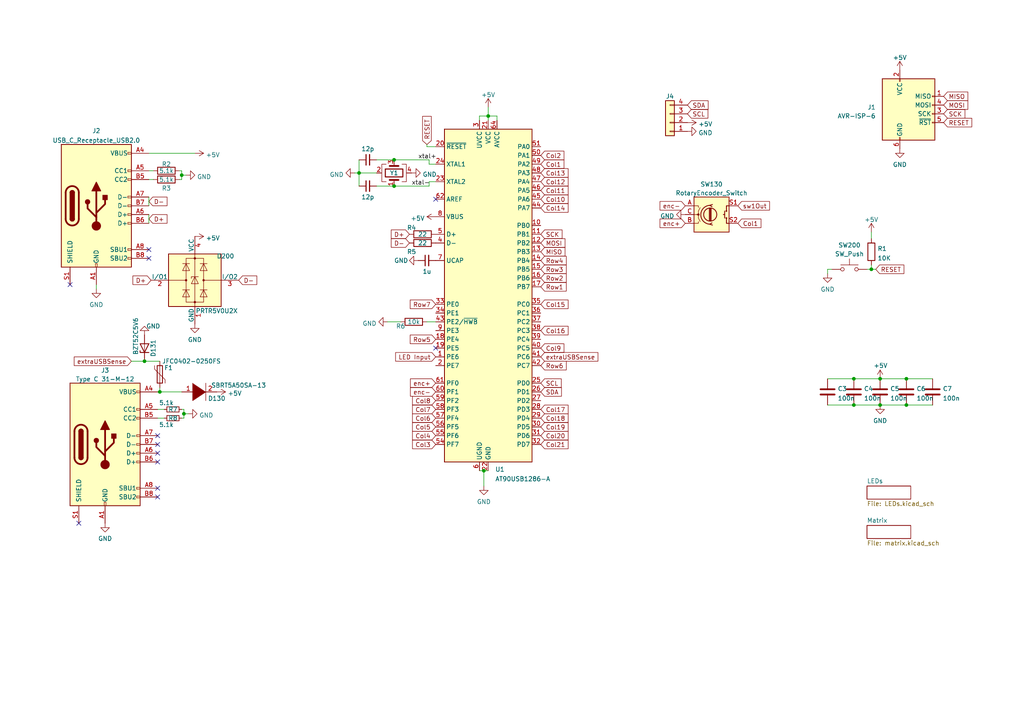
<source format=kicad_sch>
(kicad_sch (version 20230121) (generator eeschema)
  (paper "A4")
  (lib_symbols
    (symbol "Connector:AVR-ISP-6" (pin_names (offset 1.016))
      (property "Reference" "J" (at -6.35 11.43 0))
      (property "Value" "AVR-ISP-6" (at 0 11.43 0))
      (symbol "AVR-ISP-6_0_1"
        (rectangle (start -2.667 -6.858) (end -2.413 -7.62))
        (rectangle (start -2.667 10.16) (end -2.413 9.398))
        (rectangle (start 7.62 -2.413) (end 6.858 -2.667))
        (rectangle (start 7.62 0.127) (end 6.858 -0.127))
        (rectangle (start 7.62 2.667) (end 6.858 2.413))
        (rectangle (start 7.62 5.207) (end 6.858 4.953))
        (rectangle (start 7.62 10.16) (end -7.62 -7.62) (stroke (width 0.254)) (fill (type background)))
      )
      (symbol "AVR-ISP-6_1_1"
        (pin passive line (at 10.16 5.08 180) (length 2.54) (name "MISO") (number "1"))
        (pin passive line (at -2.54 12.7 270) (length 2.54) (name "VCC") (number "2"))
        (pin passive line (at 10.16 0 180) (length 2.54) (name "SCK") (number "3"))
        (pin passive line (at 10.16 2.54 180) (length 2.54) (name "MOSI") (number "4"))
        (pin passive line (at 10.16 -2.54 180) (length 2.54) (name "~{RST}") (number "5"))
        (pin passive line (at -2.54 -10.16 90) (length 2.54) (name "GND") (number "6"))
      )
    )
    (symbol "Connector:USB_C_Receptacle_USB2.0" (pin_names (offset 1.016))
      (property "Reference" "J" (at -10.16 19.05 0))
      (property "Value" "USB_C_Receptacle_USB2.0" (at 19.05 19.05 0))
      (symbol "USB_C_Receptacle_USB2.0_0_0"
        (rectangle (start -0.254 -17.78) (end 0.254 -16.764))
        (rectangle (start 10.16 -14.986) (end 9.144 -15.494))
        (rectangle (start 10.16 -12.446) (end 9.144 -12.954))
        (rectangle (start 10.16 -4.826) (end 9.144 -5.334))
        (rectangle (start 10.16 -2.286) (end 9.144 -2.794))
        (rectangle (start 10.16 0.254) (end 9.144 -0.254))
        (rectangle (start 10.16 2.794) (end 9.144 2.286))
        (rectangle (start 10.16 7.874) (end 9.144 7.366))
        (rectangle (start 10.16 10.414) (end 9.144 9.906))
        (rectangle (start 10.16 15.494) (end 9.144 14.986))
      )
      (symbol "USB_C_Receptacle_USB2.0_0_1"
        (rectangle (start -10.16 17.78) (end 10.16 -17.78) (stroke (width 0.254)) (fill (type background)))
        (arc (start -8.89 -3.81) (mid -6.985 -5.7067) (end -5.08 -3.81) (stroke (width 0.508)))
        (arc (start -7.62 -3.81) (mid -6.985 -4.4423) (end -6.35 -3.81) (stroke (width 0.254)))
        (arc (start -7.62 -3.81) (mid -6.985 -4.4423) (end -6.35 -3.81) (stroke (width 0.254)) (fill (type outline)))
        (rectangle (start -7.62 -3.81) (end -6.35 3.81) (stroke (width 0.254)) (fill (type outline)))
        (arc (start -6.35 3.81) (mid -6.985 4.4423) (end -7.62 3.81) (stroke (width 0.254)))
        (arc (start -6.35 3.81) (mid -6.985 4.4423) (end -7.62 3.81) (stroke (width 0.254)) (fill (type outline)))
        (arc (start -5.08 3.81) (mid -6.985 5.7067) (end -8.89 3.81) (stroke (width 0.508)))
        (circle (center -2.54 1.143) (radius 0.635) (stroke (width 0.254)) (fill (type outline)))
        (circle (center 0 -5.842) (radius 1.27) (fill (type outline)))
        (polyline (pts (xy -8.89 -3.81) (xy -8.89 3.81)) (stroke (width 0.508)))
        (polyline (pts (xy -5.08 3.81) (xy -5.08 -3.81)) (stroke (width 0.508)))
        (polyline (pts (xy 0 -5.842) (xy 0 4.318)) (stroke (width 0.508)))
        (polyline (pts (xy 0 -3.302) (xy -2.54 -0.762) (xy -2.54 0.508)) (stroke (width 0.508)))
        (polyline (pts (xy 0 -2.032) (xy 2.54 0.508) (xy 2.54 1.778)) (stroke (width 0.508)))
        (polyline (pts (xy -1.27 4.318) (xy 0 6.858) (xy 1.27 4.318) (xy -1.27 4.318)) (stroke (width 0.254)) (fill (type outline)))
        (rectangle (start 1.905 1.778) (end 3.175 3.048) (stroke (width 0.254)) (fill (type outline)))
      )
      (symbol "USB_C_Receptacle_USB2.0_1_1"
        (pin passive line (at 0 -22.86 90) (length 5.08) (name "GND") (number "A1"))
        (pin passive line (at 0 -22.86 90) (length 5.08) hide (name "GND") (number "A12"))
        (pin passive line (at 15.24 15.24 180) (length 5.08) (name "VBUS") (number "A4"))
        (pin bidirectional line (at 15.24 10.16 180) (length 5.08) (name "CC1") (number "A5"))
        (pin bidirectional line (at 15.24 -2.54 180) (length 5.08) (name "D+") (number "A6"))
        (pin bidirectional line (at 15.24 2.54 180) (length 5.08) (name "D-") (number "A7"))
        (pin bidirectional line (at 15.24 -12.7 180) (length 5.08) (name "SBU1") (number "A8"))
        (pin passive line (at 15.24 15.24 180) (length 5.08) hide (name "VBUS") (number "A9"))
        (pin passive line (at 0 -22.86 90) (length 5.08) hide (name "GND") (number "B1"))
        (pin passive line (at 0 -22.86 90) (length 5.08) hide (name "GND") (number "B12"))
        (pin passive line (at 15.24 15.24 180) (length 5.08) hide (name "VBUS") (number "B4"))
        (pin bidirectional line (at 15.24 7.62 180) (length 5.08) (name "CC2") (number "B5"))
        (pin bidirectional line (at 15.24 -5.08 180) (length 5.08) (name "D+") (number "B6"))
        (pin bidirectional line (at 15.24 0 180) (length 5.08) (name "D-") (number "B7"))
        (pin bidirectional line (at 15.24 -15.24 180) (length 5.08) (name "SBU2") (number "B8"))
        (pin passive line (at 15.24 15.24 180) (length 5.08) hide (name "VBUS") (number "B9"))
        (pin passive line (at -7.62 -22.86 90) (length 5.08) (name "SHIELD") (number "S1"))
      )
    )
    (symbol "Connector_Generic:Conn_01x04" (pin_names (offset 1.016) hide)
      (property "Reference" "J" (at 0 5.08 0))
      (property "Value" "Conn_01x04" (at 0 -7.62 0))
      (symbol "Conn_01x04_1_1"
        (rectangle (start -1.27 -4.953) (end 0 -5.207) (stroke (width 0.1524)))
        (rectangle (start -1.27 -2.413) (end 0 -2.667) (stroke (width 0.1524)))
        (rectangle (start -1.27 0.127) (end 0 -0.127) (stroke (width 0.1524)))
        (rectangle (start -1.27 2.667) (end 0 2.413) (stroke (width 0.1524)))
        (rectangle (start -1.27 3.81) (end 1.27 -6.35) (stroke (width 0.254)) (fill (type background)))
        (pin passive line (at -5.08 2.54 0) (length 3.81) (name "Pin_1") (number "1"))
        (pin passive line (at -5.08 0 0) (length 3.81) (name "Pin_2") (number "2"))
        (pin passive line (at -5.08 -2.54 0) (length 3.81) (name "Pin_3") (number "3"))
        (pin passive line (at -5.08 -5.08 0) (length 3.81) (name "Pin_4") (number "4"))
      )
    )
    (symbol "Device:C" (pin_numbers hide) (pin_names (offset 0.254))
      (property "Reference" "C" (at 0.635 2.54 0))
      (property "Value" "C" (at 0.635 -2.54 0))
      (symbol "C_0_1"
        (polyline (pts (xy -2.032 -0.762) (xy 2.032 -0.762)) (stroke (width 0.508)))
        (polyline (pts (xy -2.032 0.762) (xy 2.032 0.762)) (stroke (width 0.508)))
      )
      (symbol "C_1_1"
        (pin passive line (at 0 3.81 270) (length 2.794) (name "~") (number "1"))
        (pin passive line (at 0 -3.81 90) (length 2.794) (name "~") (number "2"))
      )
    )
    (symbol "Device:C_Small" (pin_numbers hide) (pin_names (offset 0.254) hide)
      (property "Reference" "C" (at 0.254 1.778 0))
      (property "Value" "C_Small" (at 0.254 -2.032 0))
      (symbol "C_Small_0_1"
        (polyline (pts (xy -1.524 -0.508) (xy 1.524 -0.508)) (stroke (width 0.3302)))
        (polyline (pts (xy -1.524 0.508) (xy 1.524 0.508)) (stroke (width 0.3048)))
      )
      (symbol "C_Small_1_1"
        (pin passive line (at 0 2.54 270) (length 2.032) (name "~") (number "1"))
        (pin passive line (at 0 -2.54 90) (length 2.032) (name "~") (number "2"))
      )
    )
    (symbol "Device:Crystal_GND24" (pin_names (offset 1.016) hide)
      (property "Reference" "Y" (at 3.175 5.08 0))
      (property "Value" "Crystal_GND24" (at 3.175 3.175 0))
      (symbol "Crystal_GND24_0_1"
        (rectangle (start -1.143 2.54) (end 1.143 -2.54) (stroke (width 0.3048)))
        (polyline (pts (xy -2.54 0) (xy -2.032 0)))
        (polyline (pts (xy -2.032 -1.27) (xy -2.032 1.27)) (stroke (width 0.508)))
        (polyline (pts (xy 0 -3.81) (xy 0 -3.556)))
        (polyline (pts (xy 0 3.556) (xy 0 3.81)))
        (polyline (pts (xy 2.032 -1.27) (xy 2.032 1.27)) (stroke (width 0.508)))
        (polyline (pts (xy 2.032 0) (xy 2.54 0)))
        (polyline (pts (xy -2.54 -2.286) (xy -2.54 -3.556) (xy 2.54 -3.556) (xy 2.54 -2.286)))
        (polyline (pts (xy -2.54 2.286) (xy -2.54 3.556) (xy 2.54 3.556) (xy 2.54 2.286)))
      )
      (symbol "Crystal_GND24_1_1"
        (pin passive line (at -3.81 0 0) (length 1.27) (name "1") (number "1"))
        (pin passive line (at 0 5.08 270) (length 1.27) (name "2") (number "2"))
        (pin passive line (at 3.81 0 180) (length 1.27) (name "3") (number "3"))
        (pin passive line (at 0 -5.08 90) (length 1.27) (name "4") (number "4"))
      )
    )
    (symbol "Device:D_Zener" (pin_numbers hide) (pin_names (offset 1.016) hide)
      (property "Reference" "D" (at 0 2.54 0))
      (property "Value" "D_Zener" (at 0 -2.54 0))
      (symbol "D_Zener_0_1"
        (polyline (pts (xy 1.27 0) (xy -1.27 0)))
        (polyline (pts (xy -1.27 -1.27) (xy -1.27 1.27) (xy -0.762 1.27)) (stroke (width 0.254)))
        (polyline (pts (xy 1.27 -1.27) (xy 1.27 1.27) (xy -1.27 0) (xy 1.27 -1.27)) (stroke (width 0.254)))
      )
      (symbol "D_Zener_1_1"
        (pin passive line (at -3.81 0 0) (length 2.54) (name "K") (number "1"))
        (pin passive line (at 3.81 0 180) (length 2.54) (name "A") (number "2"))
      )
    )
    (symbol "Device:Polyfuse" (pin_numbers hide) (pin_names (offset 0))
      (property "Reference" "F" (at -2.54 0 90))
      (property "Value" "Polyfuse" (at 2.54 0 90))
      (symbol "Polyfuse_0_1"
        (rectangle (start -0.762 2.54) (end 0.762 -2.54) (stroke (width 0.254)))
        (polyline (pts (xy 0 2.54) (xy 0 -2.54)))
        (polyline (pts (xy -1.524 2.54) (xy -1.524 1.524) (xy 1.524 -1.524) (xy 1.524 -2.54)))
      )
      (symbol "Polyfuse_1_1"
        (pin passive line (at 0 3.81 270) (length 1.27) (name "~") (number "1"))
        (pin passive line (at 0 -3.81 90) (length 1.27) (name "~") (number "2"))
      )
    )
    (symbol "Device:R" (pin_numbers hide) (pin_names (offset 0))
      (property "Reference" "R" (at 2.032 0 90))
      (property "Value" "R" (at 0 0 90))
      (symbol "R_0_1"
        (rectangle (start -1.016 -2.54) (end 1.016 2.54) (stroke (width 0.254)))
      )
      (symbol "R_1_1"
        (pin passive line (at 0 3.81 270) (length 1.27) (name "~") (number "1"))
        (pin passive line (at 0 -3.81 90) (length 1.27) (name "~") (number "2"))
      )
    )
    (symbol "Device:R_Small" (pin_numbers hide) (pin_names (offset 0.254) hide)
      (property "Reference" "R" (at 0.762 0.508 0))
      (property "Value" "R_Small" (at 0.762 -1.016 0))
      (symbol "R_Small_0_1"
        (rectangle (start -0.762 1.778) (end 0.762 -1.778) (stroke (width 0.2032)))
      )
      (symbol "R_Small_1_1"
        (pin passive line (at 0 2.54 270) (length 0.762) (name "~") (number "1"))
        (pin passive line (at 0 -2.54 90) (length 0.762) (name "~") (number "2"))
      )
    )
    (symbol "Device:RotaryEncoder_Switch" (pin_names (offset 0.254) hide)
      (property "Reference" "SW" (at 0 6.604 0))
      (property "Value" "RotaryEncoder_Switch" (at 0 -6.604 0))
      (symbol "RotaryEncoder_Switch_0_1"
        (rectangle (start -5.08 5.08) (end 5.08 -5.08) (stroke (width 0.254)) (fill (type background)))
        (circle (center -3.81 0) (radius 0.254) (fill (type outline)))
        (circle (center -0.381 0) (radius 1.905) (stroke (width 0.254)))
        (arc (start -0.381 2.667) (mid -3.0988 -0.0635) (end -0.381 -2.794) (stroke (width 0.254)))
        (polyline (pts (xy -0.635 -1.778) (xy -0.635 1.778)) (stroke (width 0.254)))
        (polyline (pts (xy -0.381 -1.778) (xy -0.381 1.778)) (stroke (width 0.254)))
        (polyline (pts (xy -0.127 1.778) (xy -0.127 -1.778)) (stroke (width 0.254)))
        (polyline (pts (xy 3.81 0) (xy 3.429 0)) (stroke (width 0.254)))
        (polyline (pts (xy 3.81 1.016) (xy 3.81 -1.016)) (stroke (width 0.254)))
        (polyline (pts (xy -5.08 -2.54) (xy -3.81 -2.54) (xy -3.81 -2.032)))
        (polyline (pts (xy -5.08 2.54) (xy -3.81 2.54) (xy -3.81 2.032)))
        (polyline (pts (xy 0.254 -3.048) (xy -0.508 -2.794) (xy 0.127 -2.413)) (stroke (width 0.254)))
        (polyline (pts (xy 0.254 2.921) (xy -0.508 2.667) (xy 0.127 2.286)) (stroke (width 0.254)))
        (polyline (pts (xy 5.08 -2.54) (xy 4.318 -2.54) (xy 4.318 -1.016)) (stroke (width 0.254)))
        (polyline (pts (xy 5.08 2.54) (xy 4.318 2.54) (xy 4.318 1.016)) (stroke (width 0.254)))
        (polyline (pts (xy -5.08 0) (xy -3.81 0) (xy -3.81 -1.016) (xy -3.302 -2.032)))
        (polyline (pts (xy -4.318 0) (xy -3.81 0) (xy -3.81 1.016) (xy -3.302 2.032)))
        (circle (center 4.318 -1.016) (radius 0.127) (stroke (width 0.254)))
        (circle (center 4.318 1.016) (radius 0.127) (stroke (width 0.254)))
      )
      (symbol "RotaryEncoder_Switch_1_1"
        (pin passive line (at -7.62 2.54 0) (length 2.54) (name "A") (number "A"))
        (pin passive line (at -7.62 -2.54 0) (length 2.54) (name "B") (number "B"))
        (pin passive line (at -7.62 0 0) (length 2.54) (name "C") (number "C"))
        (pin passive line (at 7.62 2.54 180) (length 2.54) (name "S1") (number "S1"))
        (pin passive line (at 7.62 -2.54 180) (length 2.54) (name "S2") (number "S2"))
      )
    )
    (symbol "MCU_Microchip_AVR:AT90USB1286-A"
      (property "Reference" "U" (at -12.7 49.53 0))
      (property "Value" "AT90USB1286-A" (at 2.54 -49.53 0))
      (symbol "AT90USB1286-A_0_1"
        (rectangle (start -12.7 -48.26) (end 12.7 48.26) (stroke (width 0.254)) (fill (type background)))
      )
      (symbol "AT90USB1286-A_1_1"
        (pin bidirectional line (at -15.24 -17.78 0) (length 2.54) (name "PE6") (number "1"))
        (pin bidirectional line (at 15.24 20.32 180) (length 2.54) (name "PB0") (number "10"))
        (pin bidirectional line (at 15.24 17.78 180) (length 2.54) (name "PB1") (number "11"))
        (pin bidirectional line (at 15.24 15.24 180) (length 2.54) (name "PB2") (number "12"))
        (pin bidirectional line (at 15.24 12.7 180) (length 2.54) (name "PB3") (number "13"))
        (pin bidirectional line (at 15.24 10.16 180) (length 2.54) (name "PB4") (number "14"))
        (pin bidirectional line (at 15.24 7.62 180) (length 2.54) (name "PB5") (number "15"))
        (pin bidirectional line (at 15.24 5.08 180) (length 2.54) (name "PB6") (number "16"))
        (pin bidirectional line (at 15.24 2.54 180) (length 2.54) (name "PB7") (number "17"))
        (pin bidirectional line (at -15.24 -12.7 0) (length 2.54) (name "PE4") (number "18"))
        (pin bidirectional line (at -15.24 -15.24 0) (length 2.54) (name "PE5") (number "19"))
        (pin bidirectional line (at -15.24 -20.32 0) (length 2.54) (name "PE7") (number "2"))
        (pin input line (at -15.24 43.18 0) (length 2.54) (name "~{RESET}") (number "20"))
        (pin power_in line (at 0 50.8 270) (length 2.54) (name "VCC") (number "21"))
        (pin power_in line (at 0 -50.8 90) (length 2.54) (name "GND") (number "22"))
        (pin output line (at -15.24 33.02 0) (length 2.54) (name "XTAL2") (number "23"))
        (pin input line (at -15.24 38.1 0) (length 2.54) (name "XTAL1") (number "24"))
        (pin bidirectional line (at 15.24 -25.4 180) (length 2.54) (name "PD0") (number "25"))
        (pin bidirectional line (at 15.24 -27.94 180) (length 2.54) (name "PD1") (number "26"))
        (pin bidirectional line (at 15.24 -30.48 180) (length 2.54) (name "PD2") (number "27"))
        (pin bidirectional line (at 15.24 -33.02 180) (length 2.54) (name "PD3") (number "28"))
        (pin bidirectional line (at 15.24 -35.56 180) (length 2.54) (name "PD4") (number "29"))
        (pin power_in line (at -2.54 50.8 270) (length 2.54) (name "UVCC") (number "3"))
        (pin bidirectional line (at 15.24 -38.1 180) (length 2.54) (name "PD5") (number "30"))
        (pin bidirectional line (at 15.24 -40.64 180) (length 2.54) (name "PD6") (number "31"))
        (pin bidirectional line (at 15.24 -43.18 180) (length 2.54) (name "PD7") (number "32"))
        (pin bidirectional line (at -15.24 -2.54 0) (length 2.54) (name "PE0") (number "33"))
        (pin bidirectional line (at -15.24 -5.08 0) (length 2.54) (name "PE1") (number "34"))
        (pin bidirectional line (at 15.24 -2.54 180) (length 2.54) (name "PC0") (number "35"))
        (pin bidirectional line (at 15.24 -5.08 180) (length 2.54) (name "PC1") (number "36"))
        (pin bidirectional line (at 15.24 -7.62 180) (length 2.54) (name "PC2") (number "37"))
        (pin bidirectional line (at 15.24 -10.16 180) (length 2.54) (name "PC3") (number "38"))
        (pin bidirectional line (at 15.24 -12.7 180) (length 2.54) (name "PC4") (number "39"))
        (pin bidirectional line (at -15.24 15.24 0) (length 2.54) (name "D-") (number "4"))
        (pin bidirectional line (at 15.24 -15.24 180) (length 2.54) (name "PC5") (number "40"))
        (pin bidirectional line (at 15.24 -17.78 180) (length 2.54) (name "PC6") (number "41"))
        (pin bidirectional line (at 15.24 -20.32 180) (length 2.54) (name "PC7") (number "42"))
        (pin bidirectional line (at -15.24 -7.62 0) (length 2.54) (name "PE2/~{HWB}") (number "43"))
        (pin bidirectional line (at 15.24 25.4 180) (length 2.54) (name "PA7") (number "44"))
        (pin bidirectional line (at 15.24 27.94 180) (length 2.54) (name "PA6") (number "45"))
        (pin bidirectional line (at 15.24 30.48 180) (length 2.54) (name "PA5") (number "46"))
        (pin bidirectional line (at 15.24 33.02 180) (length 2.54) (name "PA4") (number "47"))
        (pin bidirectional line (at 15.24 35.56 180) (length 2.54) (name "PA3") (number "48"))
        (pin bidirectional line (at 15.24 38.1 180) (length 2.54) (name "PA2") (number "49"))
        (pin bidirectional line (at -15.24 17.78 0) (length 2.54) (name "D+") (number "5"))
        (pin bidirectional line (at 15.24 40.64 180) (length 2.54) (name "PA1") (number "50"))
        (pin bidirectional line (at 15.24 43.18 180) (length 2.54) (name "PA0") (number "51"))
        (pin passive line (at 0 50.8 270) (length 2.54) hide (name "VCC") (number "52"))
        (pin passive line (at 0 -50.8 90) (length 2.54) hide (name "GND") (number "53"))
        (pin bidirectional line (at -15.24 -43.18 0) (length 2.54) (name "PF7") (number "54"))
        (pin bidirectional line (at -15.24 -40.64 0) (length 2.54) (name "PF6") (number "55"))
        (pin bidirectional line (at -15.24 -38.1 0) (length 2.54) (name "PF5") (number "56"))
        (pin bidirectional line (at -15.24 -35.56 0) (length 2.54) (name "PF4") (number "57"))
        (pin bidirectional line (at -15.24 -33.02 0) (length 2.54) (name "PF3") (number "58"))
        (pin bidirectional line (at -15.24 -30.48 0) (length 2.54) (name "PF2") (number "59"))
        (pin power_in line (at -2.54 -50.8 90) (length 2.54) (name "UGND") (number "6"))
        (pin bidirectional line (at -15.24 -27.94 0) (length 2.54) (name "PF1") (number "60"))
        (pin bidirectional line (at -15.24 -25.4 0) (length 2.54) (name "PF0") (number "61"))
        (pin passive line (at -15.24 27.94 0) (length 2.54) (name "AREF") (number "62"))
        (pin passive line (at 0 -50.8 90) (length 2.54) hide (name "GND") (number "63"))
        (pin power_in line (at 2.54 50.8 270) (length 2.54) (name "AVCC") (number "64"))
        (pin passive line (at -15.24 10.16 0) (length 2.54) (name "UCAP") (number "7"))
        (pin input line (at -15.24 22.86 0) (length 2.54) (name "VBUS") (number "8"))
        (pin bidirectional line (at -15.24 -10.16 0) (length 2.54) (name "PE3") (number "9"))
      )
    )
    (symbol "Power_Protection:PRTR5V0U2X" (pin_names (offset 0))
      (property "Reference" "D" (at 2.794 8.636 0))
      (property "Value" "PRTR5V0U2X" (at 8.128 -9.398 0))
      (symbol "PRTR5V0U2X_0_1"
        (rectangle (start -7.62 -7.62) (end 7.62 7.62) (stroke (width 0.254)) (fill (type background)))
        (circle (center -2.54 0) (radius 0.254) (fill (type outline)))
        (rectangle (start -2.54 6.35) (end 2.54 -6.35))
        (circle (center 0 -6.35) (radius 0.254) (fill (type outline)))
        (polyline (pts (xy -2.54 0) (xy -7.62 0)))
        (polyline (pts (xy -1.524 -2.794) (xy -3.556 -2.794)))
        (polyline (pts (xy -1.524 4.826) (xy -3.556 4.826)))
        (polyline (pts (xy 0 -7.62) (xy 0 7.62)))
        (polyline (pts (xy 1.524 -2.794) (xy 3.556 -2.794)))
        (polyline (pts (xy 1.524 4.826) (xy 3.556 4.826)))
        (polyline (pts (xy 2.54 0) (xy 7.62 0)))
        (polyline (pts (xy 1.016 1.016) (xy -1.016 1.016) (xy -1.016 0.508)))
        (polyline (pts (xy -3.556 -4.826) (xy -1.524 -4.826) (xy -2.54 -2.794) (xy -3.556 -4.826)))
        (polyline (pts (xy -3.556 2.794) (xy -1.524 2.794) (xy -2.54 4.826) (xy -3.556 2.794)))
        (polyline (pts (xy -1.016 -1.016) (xy 1.016 -1.016) (xy 0 1.016) (xy -1.016 -1.016)))
        (polyline (pts (xy 3.556 -4.826) (xy 1.524 -4.826) (xy 2.54 -2.794) (xy 3.556 -4.826)))
        (polyline (pts (xy 3.556 2.794) (xy 1.524 2.794) (xy 2.54 4.826) (xy 3.556 2.794)))
        (circle (center 0 6.35) (radius 0.254) (fill (type outline)))
        (circle (center 2.54 0) (radius 0.254) (fill (type outline)))
      )
      (symbol "PRTR5V0U2X_1_1"
        (pin passive line (at 0 -12.7 90) (length 5.08) (name "GND") (number "1"))
        (pin passive line (at -12.7 0 0) (length 5.08) (name "I/O1") (number "2"))
        (pin passive line (at 12.7 0 180) (length 5.08) (name "I/O2") (number "3"))
        (pin passive line (at 0 12.7 270) (length 5.08) (name "VCC") (number "4"))
      )
    )
    (symbol "Switch:SW_Push" (pin_numbers hide) (pin_names (offset 1.016) hide)
      (property "Reference" "SW" (at 1.27 2.54 0))
      (property "Value" "SW_Push" (at 0 -1.524 0))
      (symbol "SW_Push_0_1"
        (circle (center -2.032 0) (radius 0.508))
        (polyline (pts (xy 0 1.27) (xy 0 3.048)))
        (polyline (pts (xy 2.54 1.27) (xy -2.54 1.27)))
        (circle (center 2.032 0) (radius 0.508))
        (pin passive line (at -5.08 0 0) (length 2.54) (name "1") (number "1"))
        (pin passive line (at 5.08 0 180) (length 2.54) (name "2") (number "2"))
      )
    )
    (symbol "power:+5V" (power) (pin_names (offset 0))
      (property "Value" "+5V" (at 0 3.556 0))
      (symbol "+5V_0_1"
        (polyline (pts (xy -0.762 1.27) (xy 0 2.54)))
        (polyline (pts (xy 0 0) (xy 0 2.54)))
        (polyline (pts (xy 0 2.54) (xy 0.762 1.27)))
      )
      (symbol "+5V_1_1"
        (pin power_in line (at 0 0 90) (length 0) hide (name "+5V") (number "1"))
      )
    )
    (symbol "power:GND" (power) (pin_names (offset 0))
      (property "Value" "GND" (at 0 -3.81 0))
      (symbol "GND_0_1"
        (polyline (pts (xy 0 0) (xy 0 -1.27) (xy 1.27 -1.27) (xy 0 -2.54) (xy -1.27 -1.27) (xy 0 -1.27)))
      )
      (symbol "GND_1_1"
        (pin power_in line (at 0 0 270) (length 0) hide (name "GND") (number "1"))
      )
    )
    (symbol "pspice:DIODE" (pin_names (offset 1.016) hide)
      (property "Reference" "D" (at 0 3.81 0))
      (property "Value" "DIODE" (at 0 -4.445 0))
      (symbol "DIODE_0_1"
        (polyline (pts (xy 1.905 2.54) (xy 1.905 -2.54)))
        (polyline (pts (xy -1.905 2.54) (xy -1.905 -2.54) (xy 1.905 0)) (fill (type outline)))
      )
      (symbol "DIODE_1_1"
        (pin input line (at -5.08 0 0) (length 3.81) (name "K") (number "1"))
        (pin input line (at 5.08 0 180) (length 3.81) (name "A") (number "2"))
      )
    )
  )
  (junction (at 114.3 53.975))
  (junction (at 52.705 50.8))
  (junction (at 247.65 117.475))
  (junction (at 247.65 109.855))
  (junction (at 252.73 78.105))
  (junction (at 104.14 50.165))
  (junction (at 255.27 109.855))
  (junction (at 46.355 113.665))
  (junction (at 262.89 117.475))
  (junction (at 262.89 109.855))
  (junction (at 114.3 46.355))
  (junction (at 53.34 120.015))
  (junction (at 41.91 104.775))
  (junction (at 141.605 33.655))
  (junction (at 140.335 136.525))
  (junction (at 255.27 117.475))
  (no_connect (at 45.72 141.605))
  (no_connect (at 45.72 144.145))
  (no_connect (at 45.72 126.365))
  (no_connect (at 45.72 128.905))
  (no_connect (at 45.72 131.445))
  (no_connect (at 45.72 133.985))
  (no_connect (at 126.365 100.965))
  (no_connect (at 43.18 72.39))
  (no_connect (at 43.18 74.93))
  (no_connect (at 126.365 57.785))
  (no_connect (at 20.32 82.55))
  (no_connect (at 22.86 151.765))
  (wire (pts (xy 123.825 93.345) (xy 126.365 93.345)))
  (wire (pts (xy 53.34 120.015) (xy 54.61 120.015)))
  (wire (pts (xy 46.355 113.665) (xy 52.705 113.665)))
  (wire (pts (xy 41.91 104.775) (xy 46.355 104.775)))
  (wire (pts (xy 252.73 76.835) (xy 252.73 78.105)))
  (wire (pts (xy 52.705 49.53) (xy 52.705 50.8)))
  (wire (pts (xy 27.94 82.55) (xy 27.94 83.82)))
  (wire (pts (xy 104.14 50.165) (xy 109.22 50.165)))
  (wire (pts (xy 114.3 53.975) (xy 124.46 53.975)))
  (wire (pts (xy 38.1 104.775) (xy 41.91 104.775)))
  (wire (pts (xy 252.73 78.105) (xy 254 78.105)))
  (wire (pts (xy 52.705 52.07) (xy 52.705 50.8)))
  (wire (pts (xy 140.335 136.525) (xy 141.605 136.525)))
  (wire (pts (xy 52.07 49.53) (xy 52.705 49.53)))
  (wire (pts (xy 247.65 117.475) (xy 255.27 117.475)))
  (wire (pts (xy 102.87 50.165) (xy 104.14 50.165)))
  (wire (pts (xy 109.22 53.975) (xy 114.3 53.975)))
  (wire (pts (xy 124.46 52.705) (xy 126.365 52.705)))
  (wire (pts (xy 240.03 109.855) (xy 247.65 109.855)))
  (wire (pts (xy 53.34 121.285) (xy 53.34 120.015)))
  (wire (pts (xy 255.27 109.855) (xy 262.89 109.855)))
  (wire (pts (xy 43.18 52.07) (xy 44.45 52.07)))
  (wire (pts (xy 112.395 93.345) (xy 116.205 93.345)))
  (wire (pts (xy 45.72 121.285) (xy 47.625 121.285)))
  (wire (pts (xy 255.27 117.475) (xy 262.89 117.475)))
  (wire (pts (xy 262.89 117.475) (xy 270.51 117.475)))
  (wire (pts (xy 247.65 109.855) (xy 255.27 109.855)))
  (wire (pts (xy 43.18 62.23) (xy 43.18 64.77)))
  (wire (pts (xy 240.03 78.105) (xy 241.3 78.105)))
  (wire (pts (xy 251.46 78.105) (xy 252.73 78.105)))
  (wire (pts (xy 144.145 33.655) (xy 144.145 34.925)))
  (wire (pts (xy 53.34 118.745) (xy 53.34 120.015)))
  (wire (pts (xy 139.065 33.655) (xy 141.605 33.655)))
  (wire (pts (xy 43.18 57.15) (xy 43.18 59.69)))
  (wire (pts (xy 104.14 46.355) (xy 104.14 50.165)))
  (wire (pts (xy 52.705 121.285) (xy 53.34 121.285)))
  (wire (pts (xy 139.065 34.925) (xy 139.065 33.655)))
  (wire (pts (xy 141.605 33.655) (xy 141.605 34.925)))
  (wire (pts (xy 240.03 117.475) (xy 247.65 117.475)))
  (wire (pts (xy 45.72 118.745) (xy 47.625 118.745)))
  (wire (pts (xy 52.07 52.07) (xy 52.705 52.07)))
  (wire (pts (xy 45.72 113.665) (xy 46.355 113.665)))
  (wire (pts (xy 43.18 49.53) (xy 44.45 49.53)))
  (wire (pts (xy 104.14 50.165) (xy 104.14 53.975)))
  (wire (pts (xy 141.605 33.655) (xy 144.145 33.655)))
  (wire (pts (xy 240.03 78.105) (xy 240.03 79.375)))
  (wire (pts (xy 252.73 67.31) (xy 252.73 69.215)))
  (wire (pts (xy 52.705 50.8) (xy 53.975 50.8)))
  (wire (pts (xy 124.46 47.625) (xy 124.46 46.355)))
  (wire (pts (xy 46.355 112.395) (xy 46.355 113.665)))
  (wire (pts (xy 109.22 46.355) (xy 114.3 46.355)))
  (wire (pts (xy 114.3 46.355) (xy 124.46 46.355)))
  (wire (pts (xy 141.605 31.115) (xy 141.605 33.655)))
  (wire (pts (xy 124.46 47.625) (xy 126.365 47.625)))
  (wire (pts (xy 126.365 42.545) (xy 123.825 42.545)))
  (wire (pts (xy 140.335 136.525) (xy 140.335 140.97)))
  (wire (pts (xy 123.825 42.545) (xy 123.825 41.91)))
  (wire (pts (xy 124.46 52.705) (xy 124.46 53.975)))
  (wire (pts (xy 43.18 44.45) (xy 56.515 44.45)))
  (wire (pts (xy 52.705 118.745) (xy 53.34 118.745)))
  (wire (pts (xy 139.065 136.525) (xy 140.335 136.525)))
  (wire (pts (xy 262.89 109.855) (xy 270.51 109.855)))
  (label "xtal+" (at 121.285 46.355 0))
  (label "xtal-" (at 119.38 53.975 0))
  (global_label "enc+" (shape input) (at 198.755 64.77 180) (property "Intersheetrefs" "${INTERSHEET_REFS}" (effects hide)))
  (global_label "enc+" (shape input) (at 126.365 111.125 180) (property "Intersheetrefs" "${INTERSHEET_REFS}" (effects hide)))
  (global_label "Col14" (shape input) (at 156.845 60.325 0) (property "Intersheetrefs" "${INTERSHEET_REFS}" (effects hide)))
  (global_label "MOSI" (shape input) (at 273.685 30.48 0) (property "Intersheetrefs" "${INTERSHEET_REFS}" (effects hide)))
  (global_label "Col10" (shape input) (at 156.845 57.785 0) (property "Intersheetrefs" "${INTERSHEET_REFS}" (effects hide)))
  (global_label "RESET" (shape input) (at 254 78.105 0) (property "Intersheetrefs" "${INTERSHEET_REFS}" (effects hide)))
  (global_label "Col17" (shape input) (at 156.845 118.745 0) (property "Intersheetrefs" "${INTERSHEET_REFS}" (effects hide)))
  (global_label "D-" (shape input) (at 118.745 70.485 180) (property "Intersheetrefs" "${INTERSHEET_REFS}" (effects hide)))
  (global_label "D+" (shape input) (at 43.815 81.28 180) (property "Intersheetrefs" "${INTERSHEET_REFS}" (effects hide)))
  (global_label "Col18" (shape input) (at 156.845 121.285 0) (property "Intersheetrefs" "${INTERSHEET_REFS}" (effects hide)))
  (global_label "Col4" (shape input) (at 126.365 126.365 180) (property "Intersheetrefs" "${INTERSHEET_REFS}" (effects hide)))
  (global_label "Col1" (shape input) (at 213.995 64.77 0) (property "Intersheetrefs" "${INTERSHEET_REFS}" (effects hide)))
  (global_label "RESET" (shape input) (at 123.825 41.91 90) (property "Intersheetrefs" "${INTERSHEET_REFS}" (effects hide)))
  (global_label "Col21" (shape input) (at 156.845 128.905 0) (property "Intersheetrefs" "${INTERSHEET_REFS}" (effects hide)))
  (global_label "Row5" (shape input) (at 126.365 98.425 180) (property "Intersheetrefs" "${INTERSHEET_REFS}" (effects hide)))
  (global_label "LED Input" (shape input) (at 126.365 103.505 180) (property "Intersheetrefs" "${INTERSHEET_REFS}" (effects hide)))
  (global_label "Row1" (shape input) (at 156.845 83.185 0) (property "Intersheetrefs" "${INTERSHEET_REFS}" (effects hide)))
  (global_label "Row7" (shape input) (at 126.365 88.265 180) (property "Intersheetrefs" "${INTERSHEET_REFS}" (effects hide)))
  (global_label "extraUSBSense" (shape input) (at 156.845 103.505 0) (property "Intersheetrefs" "${INTERSHEET_REFS}" (effects hide)))
  (global_label "Col3" (shape input) (at 126.365 128.905 180) (property "Intersheetrefs" "${INTERSHEET_REFS}" (effects hide)))
  (global_label "Row4" (shape input) (at 156.845 75.565 0) (property "Intersheetrefs" "${INTERSHEET_REFS}" (effects hide)))
  (global_label "Col19" (shape input) (at 156.845 123.825 0) (property "Intersheetrefs" "${INTERSHEET_REFS}" (effects hide)))
  (global_label "MISO" (shape input) (at 156.845 73.025 0) (property "Intersheetrefs" "${INTERSHEET_REFS}" (effects hide)))
  (global_label "Col6" (shape input) (at 126.365 121.285 180) (property "Intersheetrefs" "${INTERSHEET_REFS}" (effects hide)))
  (global_label "D-" (shape input) (at 69.215 81.28 0) (property "Intersheetrefs" "${INTERSHEET_REFS}" (effects hide)))
  (global_label "Col2" (shape input) (at 156.845 45.085 0) (property "Intersheetrefs" "${INTERSHEET_REFS}" (effects hide)))
  (global_label "Row3" (shape input) (at 156.845 78.105 0) (property "Intersheetrefs" "${INTERSHEET_REFS}" (effects hide)))
  (global_label "MISO" (shape input) (at 273.685 27.94 0) (property "Intersheetrefs" "${INTERSHEET_REFS}" (effects hide)))
  (global_label "Col16" (shape input) (at 156.845 95.885 0) (property "Intersheetrefs" "${INTERSHEET_REFS}" (effects hide)))
  (global_label "Col11" (shape input) (at 156.845 55.245 0) (property "Intersheetrefs" "${INTERSHEET_REFS}" (effects hide)))
  (global_label "Col7" (shape input) (at 126.365 118.745 180) (property "Intersheetrefs" "${INTERSHEET_REFS}" (effects hide)))
  (global_label "Col8" (shape input) (at 126.365 116.205 180) (property "Intersheetrefs" "${INTERSHEET_REFS}" (effects hide)))
  (global_label "SDA" (shape input) (at 199.39 30.48 0) (property "Intersheetrefs" "${INTERSHEET_REFS}" (effects hide)))
  (global_label "Col20" (shape input) (at 156.845 126.365 0) (property "Intersheetrefs" "${INTERSHEET_REFS}" (effects hide)))
  (global_label "Col5" (shape input) (at 126.365 123.825 180) (property "Intersheetrefs" "${INTERSHEET_REFS}" (effects hide)))
  (global_label "D+" (shape input) (at 118.745 67.945 180) (property "Intersheetrefs" "${INTERSHEET_REFS}" (effects hide)))
  (global_label "SCK" (shape input) (at 273.685 33.02 0) (property "Intersheetrefs" "${INTERSHEET_REFS}" (effects hide)))
  (global_label "enc-" (shape input) (at 126.365 113.665 180) (property "Intersheetrefs" "${INTERSHEET_REFS}" (effects hide)))
  (global_label "Row6" (shape input) (at 156.845 106.045 0) (property "Intersheetrefs" "${INTERSHEET_REFS}" (effects hide)))
  (global_label "D+" (shape input) (at 43.18 63.5 0) (property "Intersheetrefs" "${INTERSHEET_REFS}" (effects hide)))
  (global_label "Col9" (shape input) (at 156.845 100.965 0) (property "Intersheetrefs" "${INTERSHEET_REFS}" (effects hide)))
  (global_label "MOSI" (shape input) (at 156.845 70.485 0) (property "Intersheetrefs" "${INTERSHEET_REFS}" (effects hide)))
  (global_label "SCL" (shape input) (at 156.845 111.125 0) (property "Intersheetrefs" "${INTERSHEET_REFS}" (effects hide)))
  (global_label "SCK" (shape input) (at 156.845 67.945 0) (property "Intersheetrefs" "${INTERSHEET_REFS}" (effects hide)))
  (global_label "Col15" (shape input) (at 156.845 88.265 0) (property "Intersheetrefs" "${INTERSHEET_REFS}" (effects hide)))
  (global_label "SDA" (shape input) (at 156.845 113.665 0) (property "Intersheetrefs" "${INTERSHEET_REFS}" (effects hide)))
  (global_label "Col1" (shape input) (at 156.845 47.625 0) (property "Intersheetrefs" "${INTERSHEET_REFS}" (effects hide)))
  (global_label "Col12" (shape input) (at 156.845 52.705 0) (property "Intersheetrefs" "${INTERSHEET_REFS}" (effects hide)))
  (global_label "SCL" (shape input) (at 199.39 33.02 0) (property "Intersheetrefs" "${INTERSHEET_REFS}" (effects hide)))
  (global_label "extraUSBSense" (shape input) (at 38.1 104.775 180) (property "Intersheetrefs" "${INTERSHEET_REFS}" (effects hide)))
  (global_label "sw1Out" (shape input) (at 213.995 59.69 0) (property "Intersheetrefs" "${INTERSHEET_REFS}" (effects hide)))
  (global_label "enc-" (shape input) (at 198.755 59.69 180) (property "Intersheetrefs" "${INTERSHEET_REFS}" (effects hide)))
  (global_label "D-" (shape input) (at 43.18 58.42 0) (property "Intersheetrefs" "${INTERSHEET_REFS}" (effects hide)))
  (global_label "Col13" (shape input) (at 156.845 50.165 0) (property "Intersheetrefs" "${INTERSHEET_REFS}" (effects hide)))
  (global_label "Row2" (shape input) (at 156.845 80.645 0) (property "Intersheetrefs" "${INTERSHEET_REFS}" (effects hide)))
  (global_label "RESET" (shape input) (at 273.685 35.56 0) (property "Intersheetrefs" "${INTERSHEET_REFS}" (effects hide)))
  (symbol (lib_id "Device:Polyfuse") (at 46.355 108.585 0) (unit 1)
    (property "Reference" "F1" (at 47.625 106.68 0) (effects (justify left)))
    (property "Value" "JFC0402-0250FS" (at 46.99 104.775 0) (effects (justify left)))
    (property "Footprint" "Fuse:Fuse_0402_1005Metric" (effects hide))
  )
  (symbol (lib_id "power:GND") (at 54.61 120.015 90) (unit 1)
    (property "Reference" "#PWR0103" (effects hide))
    (property "Value" "GND" (at 57.785 120.4488 90) (effects (justify right)))
  )
  (symbol (lib_id "Device:Crystal_GND24") (at 114.3 50.165 90) (unit 1)
    (property "Reference" "Y1" (at 114.3 50.165 90))
    (property "Value" "JYJE 3TJ480000JYLBC" (effects hide))
    (property "Footprint" "Crystal:Crystal_SMD_3225-4Pin_3.2x2.5mm" (effects hide))
  )
  (symbol (lib_id "power:GND") (at 119.38 50.165 90) (unit 1)
    (property "Reference" "#PWR0108" (effects hide))
    (property "Value" "GND" (at 122.555 50.5988 90) (effects (justify right)))
  )
  (symbol (lib_id "Device:C_Small") (at 106.68 46.355 90) (unit 1)
    (property "Reference" "C2" (effects hide))
    (property "Value" "12p" (at 106.6863 43.18 90))
    (property "Footprint" "Capacitor_SMD:C_0402_1005Metric" (effects hide))
  )
  (symbol (lib_id "power:GND") (at 27.94 83.82 0) (unit 1)
    (property "Reference" "#PWR015" (effects hide))
    (property "Value" "GND" (at 27.94 88.3825 0))
  )
  (symbol (lib_id "power:+5V") (at 56.515 44.45 270) (unit 1)
    (property "Reference" "#PWR08" (effects hide))
    (property "Value" "+5V" (at 59.69 44.929 90) (effects (justify left)))
  )
  (symbol (lib_id "Device:R") (at 122.555 70.485 90) (unit 1)
    (property "Reference" "R5" (at 119.38 73.025 90))
    (property "Value" "22" (at 122.555 70.485 90))
    (property "Footprint" "Resistor_SMD:R_0402_1005Metric" (effects hide))
  )
  (symbol (lib_id "power:GND") (at 53.975 50.8 90) (unit 1)
    (property "Reference" "#PWR09" (effects hide))
    (property "Value" "GND" (at 57.15 51.279 90) (effects (justify right)))
  )
  (symbol (lib_id "power:+5V") (at 260.985 20.32 0) (unit 1)
    (property "Reference" "#PWR01" (effects hide))
    (property "Value" "+5V" (at 260.985 16.7155 0))
  )
  (symbol (lib_id "Switch:SW_Push") (at 246.38 78.105 0) (unit 1)
    (property "Reference" "SW200" (at 246.38 71.12 0))
    (property "Value" "SW_Push" (at 246.38 73.66 0))
    (property "Footprint" "Button_Switch_SMD:SW_SPST_SKQG_WithStem" (effects hide))
  )
  (symbol (lib_id "Connector:AVR-ISP-6") (at 263.525 33.02 0) (unit 1)
    (property "Reference" "J1" (at 254 31.115 0) (effects (justify right)))
    (property "Value" "AVR-ISP-6" (at 254 33.655 0) (effects (justify right)))
    (property "Footprint" "Connector:Tag-Connect_TC2030-IDC-NL_2x03_P1.27mm_Vertical" (effects hide))
    (property "Datasheet" " ~" (effects hide))
  )
  (symbol (lib_id "power:+5V") (at 255.27 109.855 0) (unit 1)
    (property "Reference" "#PWR0101" (effects hide))
    (property "Value" "+5V" (at 253.365 106.045 0) (effects (justify left)))
  )
  (symbol (lib_id "power:GND") (at 260.985 43.18 0) (unit 1)
    (property "Reference" "#PWR06" (effects hide))
    (property "Value" "GND" (at 260.985 47.7425 0))
  )
  (symbol (lib_id "power:GND") (at 255.27 117.475 0) (unit 1)
    (property "Reference" "#PWR013" (effects hide))
    (property "Value" "GND" (at 255.27 122.0375 0))
  )
  (symbol (lib_id "power:GND") (at 198.755 62.23 270) (unit 1)
    (property "Reference" "#PWR0104" (effects hide))
    (property "Value" "GND" (at 195.5801 62.6638 90) (effects (justify right)))
  )
  (symbol (lib_id "Device:R_Small") (at 50.165 118.745 90) (unit 1)
    (property "Reference" "R7" (at 50.165 118.745 90))
    (property "Value" "5.1k" (at 48.26 123.19 90))
    (property "Footprint" "Resistor_SMD:R_0402_1005Metric" (effects hide))
  )
  (symbol (lib_id "Device:C_Small") (at 106.68 53.975 90) (unit 1)
    (property "Reference" "C1" (effects hide))
    (property "Value" "12p" (at 106.68 57.15 90))
    (property "Footprint" "Capacitor_SMD:C_0402_1005Metric" (effects hide))
  )
  (symbol (lib_id "Device:R") (at 252.73 73.025 0) (unit 1)
    (property "Reference" "R1" (at 254.508 72.1165 0) (effects (justify left)))
    (property "Value" "10K" (at 254.508 74.8916 0) (effects (justify left)))
    (property "Footprint" "Resistor_SMD:R_0402_1005Metric" (effects hide))
  )
  (symbol (lib_id "Device:D_Zener") (at 41.91 100.965 90) (unit 1)
    (property "Reference" "D131" (at 44.45 98.425 0) (effects (justify right)))
    (property "Value" "BZT52C5V6" (at 39.37 92.075 0) (effects (justify right)))
    (property "Footprint" "Diode_SMD:D_SOD-123" (effects hide))
  )
  (symbol (lib_id "power:GND") (at 121.285 75.565 270) (unit 1)
    (property "Reference" "#PWR014" (effects hide))
    (property "Value" "GND" (at 114.3 75.565 90) (effects (justify left)))
  )
  (symbol (lib_id "Device:C_Small") (at 123.825 75.565 90) (unit 1)
    (property "Reference" "C8" (effects hide))
    (property "Value" "1u" (at 123.825 78.74 90))
    (property "Footprint" "Capacitor_SMD:C_0402_1005Metric" (effects hide))
  )
  (symbol (lib_id "Device:R") (at 120.015 93.345 90) (unit 1)
    (property "Reference" "R6" (at 116.205 94.615 90))
    (property "Value" "10k" (at 120.015 93.345 90))
    (property "Footprint" "Resistor_SMD:R_0402_1005Metric" (effects hide))
  )
  (symbol (lib_id "Device:C") (at 247.65 113.665 0) (unit 1)
    (property "Reference" "C4" (at 250.571 112.7565 0) (effects (justify left)))
    (property "Value" "100n" (at 250.571 115.5316 0) (effects (justify left)))
    (property "Footprint" "Capacitor_SMD:C_0402_1005Metric" (effects hide))
  )
  (symbol (lib_id "power:+5V") (at 56.515 68.58 270) (unit 1)
    (property "Reference" "#PWR07" (effects hide))
    (property "Value" "+5V" (at 59.69 69.059 90) (effects (justify left)))
  )
  (symbol (lib_id "pspice:DIODE") (at 57.785 113.665 0) (unit 1)
    (property "Reference" "D130" (at 62.865 115.57 0))
    (property "Value" "SBRT5A50SA-13" (at 69.215 111.76 0))
    (property "Footprint" "Diode_SMD:D_SMA" (effects hide))
  )
  (symbol (lib_id "Device:R") (at 48.26 52.07 90) (unit 1)
    (property "Reference" "R3" (at 48.26 54.61 90))
    (property "Value" "5.1k" (at 48.26 52.07 90))
    (property "Footprint" "Resistor_SMD:R_0402_1005Metric" (effects hide))
  )
  (symbol (lib_id "power:GND") (at 112.395 93.345 270) (unit 1)
    (property "Reference" "#PWR016" (effects hide))
    (property "Value" "GND" (at 109.2201 93.824 90) (effects (justify right)))
  )
  (symbol (lib_id "Device:C") (at 270.51 113.665 0) (unit 1)
    (property "Reference" "C7" (at 273.431 112.7565 0) (effects (justify left)))
    (property "Value" "100n" (at 273.431 115.5316 0) (effects (justify left)))
    (property "Footprint" "Capacitor_SMD:C_0402_1005Metric" (effects hide))
  )
  (symbol (lib_id "power:+5V") (at 252.73 67.31 0) (unit 1)
    (property "Reference" "#PWR02" (effects hide))
    (property "Value" "+5V" (at 252.73 63.7055 0))
  )
  (symbol (lib_id "power:GND") (at 240.03 79.375 0) (unit 1)
    (property "Reference" "#PWR04" (effects hide))
    (property "Value" "GND" (at 240.03 83.9375 0))
  )
  (symbol (lib_id "power:GND") (at 199.39 38.1 90) (unit 1)
    (property "Reference" "#PWR0107" (effects hide))
    (property "Value" "GND" (at 202.565 38.5338 90) (effects (justify right)))
  )
  (symbol (lib_id "power:GND") (at 102.87 50.165 270) (unit 1)
    (property "Reference" "#PWR05" (effects hide))
    (property "Value" "GND" (at 99.6951 50.644 90) (effects (justify right)))
  )
  (symbol (lib_id "power:+5V") (at 126.365 62.865 90) (unit 1)
    (property "Reference" "#PWR010" (effects hide))
    (property "Value" "+5V" (at 123.1901 63.344 90) (effects (justify left)))
  )
  (symbol (lib_id "power:GND") (at 56.515 93.98 0) (unit 1)
    (property "Reference" "#PWR017" (effects hide))
    (property "Value" "GND" (at 56.515 98.5425 0))
  )
  (symbol (lib_id "Device:RotaryEncoder_Switch") (at 206.375 62.23 0) (unit 1)
    (property "Reference" "SW130" (at 206.375 53.4502 0))
    (property "Value" "RotaryEncoder_Switch" (at 206.375 55.9871 0))
    (property "Footprint" "Rotary_Encoder:RotaryEncoder_Alps_EC11E-Switch_Vertical_H20mm" (effects hide))
  )
  (symbol (lib_id "Device:C") (at 262.89 113.665 0) (unit 1)
    (property "Reference" "C6" (at 265.811 112.7565 0) (effects (justify left)))
    (property "Value" "100n" (at 265.811 115.5316 0) (effects (justify left)))
    (property "Footprint" "Capacitor_SMD:C_0402_1005Metric" (effects hide))
  )
  (symbol (lib_id "Device:R_Small") (at 50.165 121.285 90) (unit 1)
    (property "Reference" "R8" (at 50.165 121.285 90))
    (property "Value" "5.1k" (at 48.26 116.84 90))
    (property "Footprint" "Resistor_SMD:R_0402_1005Metric" (effects hide))
  )
  (symbol (lib_id "power:GND") (at 41.91 97.155 180) (unit 1)
    (property "Reference" "#PWR0109" (effects hide))
    (property "Value" "GND" (at 44.45 94.615 0))
  )
  (symbol (lib_id "Connector_Generic:Conn_01x04") (at 194.31 35.56 180) (unit 1)
    (property "Reference" "J4" (at 194.31 27.94 0))
    (property "Value" "Conn_01x04" (effects hide))
    (property "Footprint" "SSD1306:SSD1306_128_32" (effects hide))
  )
  (symbol (lib_id "power:GND") (at 30.48 151.765 0) (unit 1)
    (property "Reference" "#PWR0102" (effects hide))
    (property "Value" "GND" (at 30.48 156.2084 0))
  )
  (symbol (lib_id "power:+5V") (at 141.605 31.115 0) (unit 1)
    (property "Reference" "#PWR03" (effects hide))
    (property "Value" "+5V" (at 141.605 27.5105 0))
  )
  (symbol (lib_id "Connector:USB_C_Receptacle_USB2.0") (at 30.48 128.905 0) (unit 1)
    (property "Reference" "J3" (at 30.48 107.4252 0))
    (property "Value" "Type C 31-M-12" (at 30.48 109.9621 0))
    (property "Footprint" "Connector_USB:USB_C_Receptacle_HRO_TYPE-C-31-M-12" (effects hide))
    (property "Datasheet" "https://www.usb.org/sites/default/files/documents/usb_type-c.zip" (effects hide))
  )
  (symbol (lib_id "Connector:USB_C_Receptacle_USB2.0") (at 27.94 59.69 0) (unit 1)
    (property "Reference" "J2" (at 27.94 37.9435 0))
    (property "Value" "USB_C_Receptacle_USB2.0" (at 27.94 40.7186 0))
    (property "Footprint" "Connector_USB:USB_C_Receptacle_HRO_TYPE-C-31-M-12" (effects hide))
    (property "Datasheet" "https://www.usb.org/sites/default/files/documents/usb_type-c.zip" (effects hide))
  )
  (symbol (lib_id "MCU_Microchip_AVR:AT90USB1286-A") (at 141.605 85.725 0) (unit 1)
    (property "Reference" "U1" (at 143.6244 136.1345 0) (effects (justify left)))
    (property "Value" "AT90USB1286-A" (at 143.6244 138.9096 0) (effects (justify left)))
    (property "Footprint" "Package_QFP:TQFP-64_14x14mm_P0.8mm" (effects hide))
    (property "Datasheet" "http://ww1.microchip.com/downloads/en/DeviceDoc/doc7593.pdf" (effects hide))
  )
  (symbol (lib_id "power:+5V") (at 62.865 113.665 270) (unit 1)
    (property "Reference" "#PWR0105" (effects hide))
    (property "Value" "+5V" (at 66.04 114.0988 90) (effects (justify left)))
  )
  (symbol (lib_id "Device:C") (at 255.27 113.665 0) (unit 1)
    (property "Reference" "C5" (at 258.191 112.7565 0) (effects (justify left)))
    (property "Value" "100n" (at 258.191 115.5316 0) (effects (justify left)))
    (property "Footprint" "Capacitor_SMD:C_0402_1005Metric" (effects hide))
  )
  (symbol (lib_id "Device:R") (at 122.555 67.945 90) (unit 1)
    (property "Reference" "R4" (at 119.38 66.04 90))
    (property "Value" "22" (at 122.555 67.945 90))
    (property "Footprint" "Resistor_SMD:R_0402_1005Metric" (effects hide))
  )
  (symbol (lib_id "power:GND") (at 140.335 140.97 0) (unit 1)
    (property "Reference" "#PWR018" (effects hide))
    (property "Value" "GND" (at 140.335 145.5325 0))
  )
  (symbol (lib_id "Device:C") (at 240.03 113.665 0) (unit 1)
    (property "Reference" "C3" (at 242.951 112.7565 0) (effects (justify left)))
    (property "Value" "100n" (at 242.951 115.5316 0) (effects (justify left)))
    (property "Footprint" "Capacitor_SMD:C_0402_1005Metric" (effects hide))
  )
  (symbol (lib_id "Power_Protection:PRTR5V0U2X") (at 56.515 81.28 0) (unit 1)
    (property "Reference" "D200" (at 65.405 74.295 0))
    (property "Value" "PRTR5V0U2X" (at 62.865 90.17 0))
    (property "Footprint" "Package_TO_SOT_SMD:SOT-143" (effects hide))
    (property "Datasheet" "https://assets.nexperia.com/documents/data-sheet/PRTR5V0U2X.pdf" (effects hide))
  )
  (symbol (lib_id "Device:R") (at 48.26 49.53 90) (unit 1)
    (property "Reference" "R2" (at 48.26 47.625 90))
    (property "Value" "5.1k" (at 48.26 49.53 90))
    (property "Footprint" "Resistor_SMD:R_0402_1005Metric" (effects hide))
  )
  (symbol (lib_id "power:+5V") (at 199.39 35.56 270) (unit 1)
    (property "Reference" "#PWR0106" (effects hide))
    (property "Value" "+5V" (at 202.565 35.9938 90) (effects (justify left)))
  )
  (sheet (at 251.46 140.97) (size 12.7 3.81) (stroke (width 0.1524))
    (property "Sheetname" "LEDs" (at 251.46 140.2584 0) (effects (justify left bottom)))
    (property "Sheetfile" "LEDs.kicad_sch" (at 251.46 145.3646 0) (effects (justify left top)))
  )
  (sheet (at 251.46 152.4) (size 12.7 3.81) (stroke (width 0.1524))
    (property "Sheetname" "Matrix" (at 251.46 151.6884 0) (effects (justify left bottom)))
    (property "Sheetfile" "matrix.kicad_sch" (at 251.46 156.7946 0) (effects (justify left top)))
  )
)
</source>
